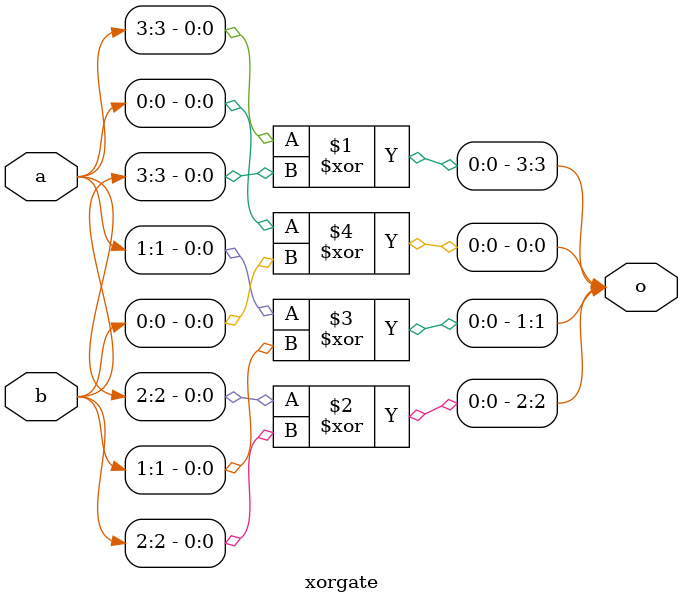
<source format=v>
module xorgate(a,b,o);
input [3:0] a,b;
output [3:0] o;
xor x1(o[3],a[3],b[3]);
xor x2(o[2],a[2],b[2]);
xor x3(o[1],a[1],b[1]);
xor x4(o[0],a[0],b[0]);
endmodule 

</source>
